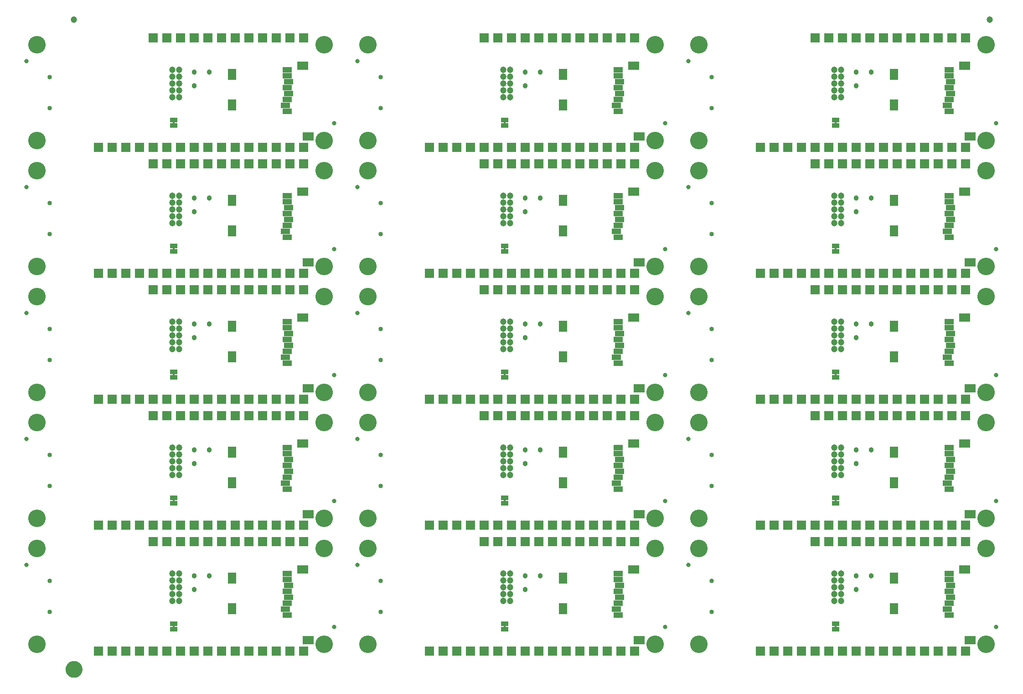
<source format=gbs>
G04 EAGLE Gerber RS-274X export*
G75*
%MOMM*%
%FSLAX34Y34*%
%LPD*%
%INSoldermask Bottom*%
%IPPOS*%
%AMOC8*
5,1,8,0,0,1.08239X$1,22.5*%
G01*
%ADD10C,0.853200*%
%ADD11R,1.727200X1.727200*%
%ADD12C,1.203200*%
%ADD13C,3.251200*%
%ADD14C,0.838200*%
%ADD15R,1.603200X2.003200*%
%ADD16R,2.103200X1.603200*%
%ADD17R,1.703200X1.003200*%
%ADD18C,0.965200*%
%ADD19R,1.473200X0.863600*%
%ADD20C,1.270000*%
%ADD21C,1.703200*%

G36*
X1510095Y55892D02*
X1510095Y55892D01*
X1510161Y55894D01*
X1510204Y55912D01*
X1510251Y55920D01*
X1510308Y55954D01*
X1510368Y55979D01*
X1510403Y56010D01*
X1510444Y56035D01*
X1510486Y56086D01*
X1510534Y56130D01*
X1510556Y56172D01*
X1510585Y56209D01*
X1510606Y56271D01*
X1510637Y56330D01*
X1510645Y56384D01*
X1510657Y56421D01*
X1510656Y56461D01*
X1510664Y56515D01*
X1510664Y60325D01*
X1510653Y60390D01*
X1510651Y60456D01*
X1510633Y60499D01*
X1510625Y60546D01*
X1510591Y60603D01*
X1510566Y60663D01*
X1510535Y60698D01*
X1510510Y60739D01*
X1510459Y60781D01*
X1510415Y60829D01*
X1510373Y60851D01*
X1510336Y60880D01*
X1510274Y60901D01*
X1510215Y60932D01*
X1510161Y60940D01*
X1510124Y60952D01*
X1510084Y60951D01*
X1510030Y60959D01*
X1507490Y60959D01*
X1507425Y60948D01*
X1507359Y60946D01*
X1507316Y60928D01*
X1507269Y60920D01*
X1507212Y60886D01*
X1507152Y60861D01*
X1507117Y60830D01*
X1507076Y60805D01*
X1507035Y60754D01*
X1506986Y60710D01*
X1506964Y60668D01*
X1506935Y60631D01*
X1506914Y60569D01*
X1506883Y60510D01*
X1506875Y60456D01*
X1506863Y60419D01*
X1506863Y60415D01*
X1506863Y60414D01*
X1506864Y60379D01*
X1506856Y60325D01*
X1506856Y56515D01*
X1506867Y56450D01*
X1506869Y56384D01*
X1506887Y56341D01*
X1506895Y56294D01*
X1506929Y56237D01*
X1506954Y56177D01*
X1506985Y56142D01*
X1507010Y56101D01*
X1507061Y56060D01*
X1507105Y56011D01*
X1507147Y55989D01*
X1507184Y55960D01*
X1507246Y55939D01*
X1507305Y55908D01*
X1507359Y55900D01*
X1507396Y55888D01*
X1507436Y55889D01*
X1507490Y55881D01*
X1510030Y55881D01*
X1510095Y55892D01*
G37*
G36*
X895415Y55892D02*
X895415Y55892D01*
X895481Y55894D01*
X895524Y55912D01*
X895571Y55920D01*
X895628Y55954D01*
X895688Y55979D01*
X895723Y56010D01*
X895764Y56035D01*
X895806Y56086D01*
X895854Y56130D01*
X895876Y56172D01*
X895905Y56209D01*
X895926Y56271D01*
X895957Y56330D01*
X895965Y56384D01*
X895977Y56421D01*
X895976Y56461D01*
X895984Y56515D01*
X895984Y60325D01*
X895973Y60390D01*
X895971Y60456D01*
X895953Y60499D01*
X895945Y60546D01*
X895911Y60603D01*
X895886Y60663D01*
X895855Y60698D01*
X895830Y60739D01*
X895779Y60781D01*
X895735Y60829D01*
X895693Y60851D01*
X895656Y60880D01*
X895594Y60901D01*
X895535Y60932D01*
X895481Y60940D01*
X895444Y60952D01*
X895404Y60951D01*
X895350Y60959D01*
X892810Y60959D01*
X892745Y60948D01*
X892679Y60946D01*
X892636Y60928D01*
X892589Y60920D01*
X892532Y60886D01*
X892472Y60861D01*
X892437Y60830D01*
X892396Y60805D01*
X892355Y60754D01*
X892306Y60710D01*
X892284Y60668D01*
X892255Y60631D01*
X892234Y60569D01*
X892203Y60510D01*
X892195Y60456D01*
X892183Y60419D01*
X892183Y60415D01*
X892183Y60414D01*
X892184Y60379D01*
X892176Y60325D01*
X892176Y56515D01*
X892187Y56450D01*
X892189Y56384D01*
X892207Y56341D01*
X892215Y56294D01*
X892249Y56237D01*
X892274Y56177D01*
X892305Y56142D01*
X892330Y56101D01*
X892381Y56060D01*
X892425Y56011D01*
X892467Y55989D01*
X892504Y55960D01*
X892566Y55939D01*
X892625Y55908D01*
X892679Y55900D01*
X892716Y55888D01*
X892756Y55889D01*
X892810Y55881D01*
X895350Y55881D01*
X895415Y55892D01*
G37*
G36*
X280735Y55892D02*
X280735Y55892D01*
X280801Y55894D01*
X280844Y55912D01*
X280891Y55920D01*
X280948Y55954D01*
X281008Y55979D01*
X281043Y56010D01*
X281084Y56035D01*
X281126Y56086D01*
X281174Y56130D01*
X281196Y56172D01*
X281225Y56209D01*
X281246Y56271D01*
X281277Y56330D01*
X281285Y56384D01*
X281297Y56421D01*
X281296Y56461D01*
X281304Y56515D01*
X281304Y60325D01*
X281293Y60390D01*
X281291Y60456D01*
X281273Y60499D01*
X281265Y60546D01*
X281231Y60603D01*
X281206Y60663D01*
X281175Y60698D01*
X281150Y60739D01*
X281099Y60781D01*
X281055Y60829D01*
X281013Y60851D01*
X280976Y60880D01*
X280914Y60901D01*
X280855Y60932D01*
X280801Y60940D01*
X280764Y60952D01*
X280724Y60951D01*
X280670Y60959D01*
X278130Y60959D01*
X278065Y60948D01*
X277999Y60946D01*
X277956Y60928D01*
X277909Y60920D01*
X277852Y60886D01*
X277792Y60861D01*
X277757Y60830D01*
X277716Y60805D01*
X277675Y60754D01*
X277626Y60710D01*
X277604Y60668D01*
X277575Y60631D01*
X277554Y60569D01*
X277523Y60510D01*
X277515Y60456D01*
X277503Y60419D01*
X277503Y60415D01*
X277503Y60414D01*
X277504Y60379D01*
X277496Y60325D01*
X277496Y56515D01*
X277507Y56450D01*
X277509Y56384D01*
X277527Y56341D01*
X277535Y56294D01*
X277569Y56237D01*
X277594Y56177D01*
X277625Y56142D01*
X277650Y56101D01*
X277701Y56060D01*
X277745Y56011D01*
X277787Y55989D01*
X277824Y55960D01*
X277886Y55939D01*
X277945Y55908D01*
X277999Y55900D01*
X278036Y55888D01*
X278076Y55889D01*
X278130Y55881D01*
X280670Y55881D01*
X280735Y55892D01*
G37*
G36*
X1510095Y990612D02*
X1510095Y990612D01*
X1510161Y990614D01*
X1510204Y990632D01*
X1510251Y990640D01*
X1510308Y990674D01*
X1510368Y990699D01*
X1510403Y990730D01*
X1510444Y990755D01*
X1510486Y990806D01*
X1510534Y990850D01*
X1510556Y990892D01*
X1510585Y990929D01*
X1510606Y990991D01*
X1510637Y991050D01*
X1510645Y991104D01*
X1510657Y991141D01*
X1510656Y991181D01*
X1510664Y991235D01*
X1510664Y995045D01*
X1510653Y995110D01*
X1510651Y995176D01*
X1510633Y995219D01*
X1510625Y995266D01*
X1510591Y995323D01*
X1510566Y995383D01*
X1510535Y995418D01*
X1510510Y995459D01*
X1510459Y995501D01*
X1510415Y995549D01*
X1510373Y995571D01*
X1510336Y995600D01*
X1510274Y995621D01*
X1510215Y995652D01*
X1510161Y995660D01*
X1510124Y995672D01*
X1510084Y995671D01*
X1510030Y995679D01*
X1507490Y995679D01*
X1507425Y995668D01*
X1507359Y995666D01*
X1507316Y995648D01*
X1507269Y995640D01*
X1507212Y995606D01*
X1507152Y995581D01*
X1507117Y995550D01*
X1507076Y995525D01*
X1507035Y995474D01*
X1506986Y995430D01*
X1506964Y995388D01*
X1506935Y995351D01*
X1506914Y995289D01*
X1506883Y995230D01*
X1506875Y995176D01*
X1506863Y995139D01*
X1506863Y995135D01*
X1506863Y995134D01*
X1506864Y995099D01*
X1506856Y995045D01*
X1506856Y991235D01*
X1506867Y991170D01*
X1506869Y991104D01*
X1506887Y991061D01*
X1506895Y991014D01*
X1506929Y990957D01*
X1506954Y990897D01*
X1506985Y990862D01*
X1507010Y990821D01*
X1507061Y990780D01*
X1507105Y990731D01*
X1507147Y990709D01*
X1507184Y990680D01*
X1507246Y990659D01*
X1507305Y990628D01*
X1507359Y990620D01*
X1507396Y990608D01*
X1507436Y990609D01*
X1507490Y990601D01*
X1510030Y990601D01*
X1510095Y990612D01*
G37*
G36*
X895415Y990612D02*
X895415Y990612D01*
X895481Y990614D01*
X895524Y990632D01*
X895571Y990640D01*
X895628Y990674D01*
X895688Y990699D01*
X895723Y990730D01*
X895764Y990755D01*
X895806Y990806D01*
X895854Y990850D01*
X895876Y990892D01*
X895905Y990929D01*
X895926Y990991D01*
X895957Y991050D01*
X895965Y991104D01*
X895977Y991141D01*
X895976Y991181D01*
X895984Y991235D01*
X895984Y995045D01*
X895973Y995110D01*
X895971Y995176D01*
X895953Y995219D01*
X895945Y995266D01*
X895911Y995323D01*
X895886Y995383D01*
X895855Y995418D01*
X895830Y995459D01*
X895779Y995501D01*
X895735Y995549D01*
X895693Y995571D01*
X895656Y995600D01*
X895594Y995621D01*
X895535Y995652D01*
X895481Y995660D01*
X895444Y995672D01*
X895404Y995671D01*
X895350Y995679D01*
X892810Y995679D01*
X892745Y995668D01*
X892679Y995666D01*
X892636Y995648D01*
X892589Y995640D01*
X892532Y995606D01*
X892472Y995581D01*
X892437Y995550D01*
X892396Y995525D01*
X892355Y995474D01*
X892306Y995430D01*
X892284Y995388D01*
X892255Y995351D01*
X892234Y995289D01*
X892203Y995230D01*
X892195Y995176D01*
X892183Y995139D01*
X892183Y995135D01*
X892183Y995134D01*
X892184Y995099D01*
X892176Y995045D01*
X892176Y991235D01*
X892187Y991170D01*
X892189Y991104D01*
X892207Y991061D01*
X892215Y991014D01*
X892249Y990957D01*
X892274Y990897D01*
X892305Y990862D01*
X892330Y990821D01*
X892381Y990780D01*
X892425Y990731D01*
X892467Y990709D01*
X892504Y990680D01*
X892566Y990659D01*
X892625Y990628D01*
X892679Y990620D01*
X892716Y990608D01*
X892756Y990609D01*
X892810Y990601D01*
X895350Y990601D01*
X895415Y990612D01*
G37*
G36*
X280735Y990612D02*
X280735Y990612D01*
X280801Y990614D01*
X280844Y990632D01*
X280891Y990640D01*
X280948Y990674D01*
X281008Y990699D01*
X281043Y990730D01*
X281084Y990755D01*
X281126Y990806D01*
X281174Y990850D01*
X281196Y990892D01*
X281225Y990929D01*
X281246Y990991D01*
X281277Y991050D01*
X281285Y991104D01*
X281297Y991141D01*
X281296Y991181D01*
X281304Y991235D01*
X281304Y995045D01*
X281293Y995110D01*
X281291Y995176D01*
X281273Y995219D01*
X281265Y995266D01*
X281231Y995323D01*
X281206Y995383D01*
X281175Y995418D01*
X281150Y995459D01*
X281099Y995501D01*
X281055Y995549D01*
X281013Y995571D01*
X280976Y995600D01*
X280914Y995621D01*
X280855Y995652D01*
X280801Y995660D01*
X280764Y995672D01*
X280724Y995671D01*
X280670Y995679D01*
X278130Y995679D01*
X278065Y995668D01*
X277999Y995666D01*
X277956Y995648D01*
X277909Y995640D01*
X277852Y995606D01*
X277792Y995581D01*
X277757Y995550D01*
X277716Y995525D01*
X277675Y995474D01*
X277626Y995430D01*
X277604Y995388D01*
X277575Y995351D01*
X277554Y995289D01*
X277523Y995230D01*
X277515Y995176D01*
X277503Y995139D01*
X277503Y995135D01*
X277503Y995134D01*
X277504Y995099D01*
X277496Y995045D01*
X277496Y991235D01*
X277507Y991170D01*
X277509Y991104D01*
X277527Y991061D01*
X277535Y991014D01*
X277569Y990957D01*
X277594Y990897D01*
X277625Y990862D01*
X277650Y990821D01*
X277701Y990780D01*
X277745Y990731D01*
X277787Y990709D01*
X277824Y990680D01*
X277886Y990659D01*
X277945Y990628D01*
X277999Y990620D01*
X278036Y990608D01*
X278076Y990609D01*
X278130Y990601D01*
X280670Y990601D01*
X280735Y990612D01*
G37*
G36*
X280735Y756932D02*
X280735Y756932D01*
X280801Y756934D01*
X280844Y756952D01*
X280891Y756960D01*
X280948Y756994D01*
X281008Y757019D01*
X281043Y757050D01*
X281084Y757075D01*
X281126Y757126D01*
X281174Y757170D01*
X281196Y757212D01*
X281225Y757249D01*
X281246Y757311D01*
X281277Y757370D01*
X281285Y757424D01*
X281297Y757461D01*
X281296Y757501D01*
X281304Y757555D01*
X281304Y761365D01*
X281293Y761430D01*
X281291Y761496D01*
X281273Y761539D01*
X281265Y761586D01*
X281231Y761643D01*
X281206Y761703D01*
X281175Y761738D01*
X281150Y761779D01*
X281099Y761821D01*
X281055Y761869D01*
X281013Y761891D01*
X280976Y761920D01*
X280914Y761941D01*
X280855Y761972D01*
X280801Y761980D01*
X280764Y761992D01*
X280724Y761991D01*
X280670Y761999D01*
X278130Y761999D01*
X278065Y761988D01*
X277999Y761986D01*
X277956Y761968D01*
X277909Y761960D01*
X277852Y761926D01*
X277792Y761901D01*
X277757Y761870D01*
X277716Y761845D01*
X277675Y761794D01*
X277626Y761750D01*
X277604Y761708D01*
X277575Y761671D01*
X277554Y761609D01*
X277523Y761550D01*
X277515Y761496D01*
X277503Y761459D01*
X277503Y761455D01*
X277503Y761454D01*
X277504Y761419D01*
X277496Y761365D01*
X277496Y757555D01*
X277507Y757490D01*
X277509Y757424D01*
X277527Y757381D01*
X277535Y757334D01*
X277569Y757277D01*
X277594Y757217D01*
X277625Y757182D01*
X277650Y757141D01*
X277701Y757100D01*
X277745Y757051D01*
X277787Y757029D01*
X277824Y757000D01*
X277886Y756979D01*
X277945Y756948D01*
X277999Y756940D01*
X278036Y756928D01*
X278076Y756929D01*
X278130Y756921D01*
X280670Y756921D01*
X280735Y756932D01*
G37*
G36*
X1510095Y756932D02*
X1510095Y756932D01*
X1510161Y756934D01*
X1510204Y756952D01*
X1510251Y756960D01*
X1510308Y756994D01*
X1510368Y757019D01*
X1510403Y757050D01*
X1510444Y757075D01*
X1510486Y757126D01*
X1510534Y757170D01*
X1510556Y757212D01*
X1510585Y757249D01*
X1510606Y757311D01*
X1510637Y757370D01*
X1510645Y757424D01*
X1510657Y757461D01*
X1510656Y757501D01*
X1510664Y757555D01*
X1510664Y761365D01*
X1510653Y761430D01*
X1510651Y761496D01*
X1510633Y761539D01*
X1510625Y761586D01*
X1510591Y761643D01*
X1510566Y761703D01*
X1510535Y761738D01*
X1510510Y761779D01*
X1510459Y761821D01*
X1510415Y761869D01*
X1510373Y761891D01*
X1510336Y761920D01*
X1510274Y761941D01*
X1510215Y761972D01*
X1510161Y761980D01*
X1510124Y761992D01*
X1510084Y761991D01*
X1510030Y761999D01*
X1507490Y761999D01*
X1507425Y761988D01*
X1507359Y761986D01*
X1507316Y761968D01*
X1507269Y761960D01*
X1507212Y761926D01*
X1507152Y761901D01*
X1507117Y761870D01*
X1507076Y761845D01*
X1507035Y761794D01*
X1506986Y761750D01*
X1506964Y761708D01*
X1506935Y761671D01*
X1506914Y761609D01*
X1506883Y761550D01*
X1506875Y761496D01*
X1506863Y761459D01*
X1506863Y761455D01*
X1506863Y761454D01*
X1506864Y761419D01*
X1506856Y761365D01*
X1506856Y757555D01*
X1506867Y757490D01*
X1506869Y757424D01*
X1506887Y757381D01*
X1506895Y757334D01*
X1506929Y757277D01*
X1506954Y757217D01*
X1506985Y757182D01*
X1507010Y757141D01*
X1507061Y757100D01*
X1507105Y757051D01*
X1507147Y757029D01*
X1507184Y757000D01*
X1507246Y756979D01*
X1507305Y756948D01*
X1507359Y756940D01*
X1507396Y756928D01*
X1507436Y756929D01*
X1507490Y756921D01*
X1510030Y756921D01*
X1510095Y756932D01*
G37*
G36*
X895415Y756932D02*
X895415Y756932D01*
X895481Y756934D01*
X895524Y756952D01*
X895571Y756960D01*
X895628Y756994D01*
X895688Y757019D01*
X895723Y757050D01*
X895764Y757075D01*
X895806Y757126D01*
X895854Y757170D01*
X895876Y757212D01*
X895905Y757249D01*
X895926Y757311D01*
X895957Y757370D01*
X895965Y757424D01*
X895977Y757461D01*
X895976Y757501D01*
X895984Y757555D01*
X895984Y761365D01*
X895973Y761430D01*
X895971Y761496D01*
X895953Y761539D01*
X895945Y761586D01*
X895911Y761643D01*
X895886Y761703D01*
X895855Y761738D01*
X895830Y761779D01*
X895779Y761821D01*
X895735Y761869D01*
X895693Y761891D01*
X895656Y761920D01*
X895594Y761941D01*
X895535Y761972D01*
X895481Y761980D01*
X895444Y761992D01*
X895404Y761991D01*
X895350Y761999D01*
X892810Y761999D01*
X892745Y761988D01*
X892679Y761986D01*
X892636Y761968D01*
X892589Y761960D01*
X892532Y761926D01*
X892472Y761901D01*
X892437Y761870D01*
X892396Y761845D01*
X892355Y761794D01*
X892306Y761750D01*
X892284Y761708D01*
X892255Y761671D01*
X892234Y761609D01*
X892203Y761550D01*
X892195Y761496D01*
X892183Y761459D01*
X892183Y761455D01*
X892183Y761454D01*
X892184Y761419D01*
X892176Y761365D01*
X892176Y757555D01*
X892187Y757490D01*
X892189Y757424D01*
X892207Y757381D01*
X892215Y757334D01*
X892249Y757277D01*
X892274Y757217D01*
X892305Y757182D01*
X892330Y757141D01*
X892381Y757100D01*
X892425Y757051D01*
X892467Y757029D01*
X892504Y757000D01*
X892566Y756979D01*
X892625Y756948D01*
X892679Y756940D01*
X892716Y756928D01*
X892756Y756929D01*
X892810Y756921D01*
X895350Y756921D01*
X895415Y756932D01*
G37*
G36*
X895415Y523252D02*
X895415Y523252D01*
X895481Y523254D01*
X895524Y523272D01*
X895571Y523280D01*
X895628Y523314D01*
X895688Y523339D01*
X895723Y523370D01*
X895764Y523395D01*
X895806Y523446D01*
X895854Y523490D01*
X895876Y523532D01*
X895905Y523569D01*
X895926Y523631D01*
X895957Y523690D01*
X895965Y523744D01*
X895977Y523781D01*
X895976Y523821D01*
X895984Y523875D01*
X895984Y527685D01*
X895973Y527750D01*
X895971Y527816D01*
X895953Y527859D01*
X895945Y527906D01*
X895911Y527963D01*
X895886Y528023D01*
X895855Y528058D01*
X895830Y528099D01*
X895779Y528141D01*
X895735Y528189D01*
X895693Y528211D01*
X895656Y528240D01*
X895594Y528261D01*
X895535Y528292D01*
X895481Y528300D01*
X895444Y528312D01*
X895404Y528311D01*
X895350Y528319D01*
X892810Y528319D01*
X892745Y528308D01*
X892679Y528306D01*
X892636Y528288D01*
X892589Y528280D01*
X892532Y528246D01*
X892472Y528221D01*
X892437Y528190D01*
X892396Y528165D01*
X892355Y528114D01*
X892306Y528070D01*
X892284Y528028D01*
X892255Y527991D01*
X892234Y527929D01*
X892203Y527870D01*
X892195Y527816D01*
X892183Y527779D01*
X892183Y527775D01*
X892183Y527774D01*
X892184Y527739D01*
X892176Y527685D01*
X892176Y523875D01*
X892187Y523810D01*
X892189Y523744D01*
X892207Y523701D01*
X892215Y523654D01*
X892249Y523597D01*
X892274Y523537D01*
X892305Y523502D01*
X892330Y523461D01*
X892381Y523420D01*
X892425Y523371D01*
X892467Y523349D01*
X892504Y523320D01*
X892566Y523299D01*
X892625Y523268D01*
X892679Y523260D01*
X892716Y523248D01*
X892756Y523249D01*
X892810Y523241D01*
X895350Y523241D01*
X895415Y523252D01*
G37*
G36*
X1510095Y523252D02*
X1510095Y523252D01*
X1510161Y523254D01*
X1510204Y523272D01*
X1510251Y523280D01*
X1510308Y523314D01*
X1510368Y523339D01*
X1510403Y523370D01*
X1510444Y523395D01*
X1510486Y523446D01*
X1510534Y523490D01*
X1510556Y523532D01*
X1510585Y523569D01*
X1510606Y523631D01*
X1510637Y523690D01*
X1510645Y523744D01*
X1510657Y523781D01*
X1510656Y523821D01*
X1510664Y523875D01*
X1510664Y527685D01*
X1510653Y527750D01*
X1510651Y527816D01*
X1510633Y527859D01*
X1510625Y527906D01*
X1510591Y527963D01*
X1510566Y528023D01*
X1510535Y528058D01*
X1510510Y528099D01*
X1510459Y528141D01*
X1510415Y528189D01*
X1510373Y528211D01*
X1510336Y528240D01*
X1510274Y528261D01*
X1510215Y528292D01*
X1510161Y528300D01*
X1510124Y528312D01*
X1510084Y528311D01*
X1510030Y528319D01*
X1507490Y528319D01*
X1507425Y528308D01*
X1507359Y528306D01*
X1507316Y528288D01*
X1507269Y528280D01*
X1507212Y528246D01*
X1507152Y528221D01*
X1507117Y528190D01*
X1507076Y528165D01*
X1507035Y528114D01*
X1506986Y528070D01*
X1506964Y528028D01*
X1506935Y527991D01*
X1506914Y527929D01*
X1506883Y527870D01*
X1506875Y527816D01*
X1506863Y527779D01*
X1506863Y527775D01*
X1506863Y527774D01*
X1506864Y527739D01*
X1506856Y527685D01*
X1506856Y523875D01*
X1506867Y523810D01*
X1506869Y523744D01*
X1506887Y523701D01*
X1506895Y523654D01*
X1506929Y523597D01*
X1506954Y523537D01*
X1506985Y523502D01*
X1507010Y523461D01*
X1507061Y523420D01*
X1507105Y523371D01*
X1507147Y523349D01*
X1507184Y523320D01*
X1507246Y523299D01*
X1507305Y523268D01*
X1507359Y523260D01*
X1507396Y523248D01*
X1507436Y523249D01*
X1507490Y523241D01*
X1510030Y523241D01*
X1510095Y523252D01*
G37*
G36*
X280735Y523252D02*
X280735Y523252D01*
X280801Y523254D01*
X280844Y523272D01*
X280891Y523280D01*
X280948Y523314D01*
X281008Y523339D01*
X281043Y523370D01*
X281084Y523395D01*
X281126Y523446D01*
X281174Y523490D01*
X281196Y523532D01*
X281225Y523569D01*
X281246Y523631D01*
X281277Y523690D01*
X281285Y523744D01*
X281297Y523781D01*
X281296Y523821D01*
X281304Y523875D01*
X281304Y527685D01*
X281293Y527750D01*
X281291Y527816D01*
X281273Y527859D01*
X281265Y527906D01*
X281231Y527963D01*
X281206Y528023D01*
X281175Y528058D01*
X281150Y528099D01*
X281099Y528141D01*
X281055Y528189D01*
X281013Y528211D01*
X280976Y528240D01*
X280914Y528261D01*
X280855Y528292D01*
X280801Y528300D01*
X280764Y528312D01*
X280724Y528311D01*
X280670Y528319D01*
X278130Y528319D01*
X278065Y528308D01*
X277999Y528306D01*
X277956Y528288D01*
X277909Y528280D01*
X277852Y528246D01*
X277792Y528221D01*
X277757Y528190D01*
X277716Y528165D01*
X277675Y528114D01*
X277626Y528070D01*
X277604Y528028D01*
X277575Y527991D01*
X277554Y527929D01*
X277523Y527870D01*
X277515Y527816D01*
X277503Y527779D01*
X277503Y527775D01*
X277503Y527774D01*
X277504Y527739D01*
X277496Y527685D01*
X277496Y523875D01*
X277507Y523810D01*
X277509Y523744D01*
X277527Y523701D01*
X277535Y523654D01*
X277569Y523597D01*
X277594Y523537D01*
X277625Y523502D01*
X277650Y523461D01*
X277701Y523420D01*
X277745Y523371D01*
X277787Y523349D01*
X277824Y523320D01*
X277886Y523299D01*
X277945Y523268D01*
X277999Y523260D01*
X278036Y523248D01*
X278076Y523249D01*
X278130Y523241D01*
X280670Y523241D01*
X280735Y523252D01*
G37*
G36*
X1510095Y289572D02*
X1510095Y289572D01*
X1510161Y289574D01*
X1510204Y289592D01*
X1510251Y289600D01*
X1510308Y289634D01*
X1510368Y289659D01*
X1510403Y289690D01*
X1510444Y289715D01*
X1510486Y289766D01*
X1510534Y289810D01*
X1510556Y289852D01*
X1510585Y289889D01*
X1510606Y289951D01*
X1510637Y290010D01*
X1510645Y290064D01*
X1510657Y290101D01*
X1510656Y290141D01*
X1510664Y290195D01*
X1510664Y294005D01*
X1510653Y294070D01*
X1510651Y294136D01*
X1510633Y294179D01*
X1510625Y294226D01*
X1510591Y294283D01*
X1510566Y294343D01*
X1510535Y294378D01*
X1510510Y294419D01*
X1510459Y294461D01*
X1510415Y294509D01*
X1510373Y294531D01*
X1510336Y294560D01*
X1510274Y294581D01*
X1510215Y294612D01*
X1510161Y294620D01*
X1510124Y294632D01*
X1510084Y294631D01*
X1510030Y294639D01*
X1507490Y294639D01*
X1507425Y294628D01*
X1507359Y294626D01*
X1507316Y294608D01*
X1507269Y294600D01*
X1507212Y294566D01*
X1507152Y294541D01*
X1507117Y294510D01*
X1507076Y294485D01*
X1507035Y294434D01*
X1506986Y294390D01*
X1506964Y294348D01*
X1506935Y294311D01*
X1506914Y294249D01*
X1506883Y294190D01*
X1506875Y294136D01*
X1506863Y294099D01*
X1506863Y294095D01*
X1506863Y294094D01*
X1506864Y294059D01*
X1506856Y294005D01*
X1506856Y290195D01*
X1506867Y290130D01*
X1506869Y290064D01*
X1506887Y290021D01*
X1506895Y289974D01*
X1506929Y289917D01*
X1506954Y289857D01*
X1506985Y289822D01*
X1507010Y289781D01*
X1507061Y289740D01*
X1507105Y289691D01*
X1507147Y289669D01*
X1507184Y289640D01*
X1507246Y289619D01*
X1507305Y289588D01*
X1507359Y289580D01*
X1507396Y289568D01*
X1507436Y289569D01*
X1507490Y289561D01*
X1510030Y289561D01*
X1510095Y289572D01*
G37*
G36*
X895415Y289572D02*
X895415Y289572D01*
X895481Y289574D01*
X895524Y289592D01*
X895571Y289600D01*
X895628Y289634D01*
X895688Y289659D01*
X895723Y289690D01*
X895764Y289715D01*
X895806Y289766D01*
X895854Y289810D01*
X895876Y289852D01*
X895905Y289889D01*
X895926Y289951D01*
X895957Y290010D01*
X895965Y290064D01*
X895977Y290101D01*
X895976Y290141D01*
X895984Y290195D01*
X895984Y294005D01*
X895973Y294070D01*
X895971Y294136D01*
X895953Y294179D01*
X895945Y294226D01*
X895911Y294283D01*
X895886Y294343D01*
X895855Y294378D01*
X895830Y294419D01*
X895779Y294461D01*
X895735Y294509D01*
X895693Y294531D01*
X895656Y294560D01*
X895594Y294581D01*
X895535Y294612D01*
X895481Y294620D01*
X895444Y294632D01*
X895404Y294631D01*
X895350Y294639D01*
X892810Y294639D01*
X892745Y294628D01*
X892679Y294626D01*
X892636Y294608D01*
X892589Y294600D01*
X892532Y294566D01*
X892472Y294541D01*
X892437Y294510D01*
X892396Y294485D01*
X892355Y294434D01*
X892306Y294390D01*
X892284Y294348D01*
X892255Y294311D01*
X892234Y294249D01*
X892203Y294190D01*
X892195Y294136D01*
X892183Y294099D01*
X892183Y294095D01*
X892183Y294094D01*
X892184Y294059D01*
X892176Y294005D01*
X892176Y290195D01*
X892187Y290130D01*
X892189Y290064D01*
X892207Y290021D01*
X892215Y289974D01*
X892249Y289917D01*
X892274Y289857D01*
X892305Y289822D01*
X892330Y289781D01*
X892381Y289740D01*
X892425Y289691D01*
X892467Y289669D01*
X892504Y289640D01*
X892566Y289619D01*
X892625Y289588D01*
X892679Y289580D01*
X892716Y289568D01*
X892756Y289569D01*
X892810Y289561D01*
X895350Y289561D01*
X895415Y289572D01*
G37*
G36*
X280735Y289572D02*
X280735Y289572D01*
X280801Y289574D01*
X280844Y289592D01*
X280891Y289600D01*
X280948Y289634D01*
X281008Y289659D01*
X281043Y289690D01*
X281084Y289715D01*
X281126Y289766D01*
X281174Y289810D01*
X281196Y289852D01*
X281225Y289889D01*
X281246Y289951D01*
X281277Y290010D01*
X281285Y290064D01*
X281297Y290101D01*
X281296Y290141D01*
X281304Y290195D01*
X281304Y294005D01*
X281293Y294070D01*
X281291Y294136D01*
X281273Y294179D01*
X281265Y294226D01*
X281231Y294283D01*
X281206Y294343D01*
X281175Y294378D01*
X281150Y294419D01*
X281099Y294461D01*
X281055Y294509D01*
X281013Y294531D01*
X280976Y294560D01*
X280914Y294581D01*
X280855Y294612D01*
X280801Y294620D01*
X280764Y294632D01*
X280724Y294631D01*
X280670Y294639D01*
X278130Y294639D01*
X278065Y294628D01*
X277999Y294626D01*
X277956Y294608D01*
X277909Y294600D01*
X277852Y294566D01*
X277792Y294541D01*
X277757Y294510D01*
X277716Y294485D01*
X277675Y294434D01*
X277626Y294390D01*
X277604Y294348D01*
X277575Y294311D01*
X277554Y294249D01*
X277523Y294190D01*
X277515Y294136D01*
X277503Y294099D01*
X277503Y294095D01*
X277503Y294094D01*
X277504Y294059D01*
X277496Y294005D01*
X277496Y290195D01*
X277507Y290130D01*
X277509Y290064D01*
X277527Y290021D01*
X277535Y289974D01*
X277569Y289917D01*
X277594Y289857D01*
X277625Y289822D01*
X277650Y289781D01*
X277701Y289740D01*
X277745Y289691D01*
X277787Y289669D01*
X277824Y289640D01*
X277886Y289619D01*
X277945Y289588D01*
X277999Y289580D01*
X278036Y289568D01*
X278076Y289569D01*
X278130Y289561D01*
X280670Y289561D01*
X280735Y289572D01*
G37*
D10*
X49050Y143200D03*
X49050Y85400D03*
D11*
X520700Y215900D03*
X495300Y215900D03*
X469900Y215900D03*
X444500Y215900D03*
X419100Y215900D03*
X393700Y215900D03*
X368300Y215900D03*
X342900Y215900D03*
X317500Y215900D03*
X292100Y215900D03*
X266700Y215900D03*
X241300Y215900D03*
X520700Y12700D03*
X495300Y12700D03*
X469900Y12700D03*
X444500Y12700D03*
X419100Y12700D03*
X393700Y12700D03*
X368300Y12700D03*
X342900Y12700D03*
X317500Y12700D03*
X292100Y12700D03*
X266700Y12700D03*
X241300Y12700D03*
X215900Y12700D03*
X190500Y12700D03*
X165100Y12700D03*
X139700Y12700D03*
D12*
X289560Y118110D03*
X289560Y130810D03*
X289560Y143510D03*
X289560Y156210D03*
X289560Y105410D03*
X276860Y118110D03*
X276860Y130810D03*
X276860Y143510D03*
X276860Y156210D03*
X276860Y105410D03*
D13*
X25400Y25400D03*
X25400Y203200D03*
X558800Y203200D03*
X558800Y25400D03*
D14*
X6350Y172720D03*
X577850Y57150D03*
D15*
X387540Y91410D03*
X387540Y148410D03*
D16*
X519040Y164410D03*
X529040Y32910D03*
D17*
X490540Y79510D03*
X486540Y90510D03*
X490540Y101510D03*
X492540Y112510D03*
X490540Y123510D03*
X492540Y134510D03*
X490540Y145510D03*
X490540Y156510D03*
D18*
X317500Y152400D03*
X317500Y127000D03*
D19*
X279400Y63627D03*
X279400Y53213D03*
D18*
X345440Y152400D03*
D10*
X663730Y143200D03*
X663730Y85400D03*
D11*
X1135380Y215900D03*
X1109980Y215900D03*
X1084580Y215900D03*
X1059180Y215900D03*
X1033780Y215900D03*
X1008380Y215900D03*
X982980Y215900D03*
X957580Y215900D03*
X932180Y215900D03*
X906780Y215900D03*
X881380Y215900D03*
X855980Y215900D03*
X1135380Y12700D03*
X1109980Y12700D03*
X1084580Y12700D03*
X1059180Y12700D03*
X1033780Y12700D03*
X1008380Y12700D03*
X982980Y12700D03*
X957580Y12700D03*
X932180Y12700D03*
X906780Y12700D03*
X881380Y12700D03*
X855980Y12700D03*
X830580Y12700D03*
X805180Y12700D03*
X779780Y12700D03*
X754380Y12700D03*
D12*
X904240Y118110D03*
X904240Y130810D03*
X904240Y143510D03*
X904240Y156210D03*
X904240Y105410D03*
X891540Y118110D03*
X891540Y130810D03*
X891540Y143510D03*
X891540Y156210D03*
X891540Y105410D03*
D13*
X640080Y25400D03*
X640080Y203200D03*
X1173480Y203200D03*
X1173480Y25400D03*
D14*
X621030Y172720D03*
X1192530Y57150D03*
D15*
X1002220Y91410D03*
X1002220Y148410D03*
D16*
X1133720Y164410D03*
X1143720Y32910D03*
D17*
X1105220Y79510D03*
X1101220Y90510D03*
X1105220Y101510D03*
X1107220Y112510D03*
X1105220Y123510D03*
X1107220Y134510D03*
X1105220Y145510D03*
X1105220Y156510D03*
D18*
X932180Y152400D03*
X932180Y127000D03*
D19*
X894080Y63627D03*
X894080Y53213D03*
D18*
X960120Y152400D03*
D10*
X1278410Y143200D03*
X1278410Y85400D03*
D11*
X1750060Y215900D03*
X1724660Y215900D03*
X1699260Y215900D03*
X1673860Y215900D03*
X1648460Y215900D03*
X1623060Y215900D03*
X1597660Y215900D03*
X1572260Y215900D03*
X1546860Y215900D03*
X1521460Y215900D03*
X1496060Y215900D03*
X1470660Y215900D03*
X1750060Y12700D03*
X1724660Y12700D03*
X1699260Y12700D03*
X1673860Y12700D03*
X1648460Y12700D03*
X1623060Y12700D03*
X1597660Y12700D03*
X1572260Y12700D03*
X1546860Y12700D03*
X1521460Y12700D03*
X1496060Y12700D03*
X1470660Y12700D03*
X1445260Y12700D03*
X1419860Y12700D03*
X1394460Y12700D03*
X1369060Y12700D03*
D12*
X1518920Y118110D03*
X1518920Y130810D03*
X1518920Y143510D03*
X1518920Y156210D03*
X1518920Y105410D03*
X1506220Y118110D03*
X1506220Y130810D03*
X1506220Y143510D03*
X1506220Y156210D03*
X1506220Y105410D03*
D13*
X1254760Y25400D03*
X1254760Y203200D03*
X1788160Y203200D03*
X1788160Y25400D03*
D14*
X1235710Y172720D03*
X1807210Y57150D03*
D15*
X1616900Y91410D03*
X1616900Y148410D03*
D16*
X1748400Y164410D03*
X1758400Y32910D03*
D17*
X1719900Y79510D03*
X1715900Y90510D03*
X1719900Y101510D03*
X1721900Y112510D03*
X1719900Y123510D03*
X1721900Y134510D03*
X1719900Y145510D03*
X1719900Y156510D03*
D18*
X1546860Y152400D03*
X1546860Y127000D03*
D19*
X1508760Y63627D03*
X1508760Y53213D03*
D18*
X1574800Y152400D03*
D10*
X49050Y376880D03*
X49050Y319080D03*
D11*
X520700Y449580D03*
X495300Y449580D03*
X469900Y449580D03*
X444500Y449580D03*
X419100Y449580D03*
X393700Y449580D03*
X368300Y449580D03*
X342900Y449580D03*
X317500Y449580D03*
X292100Y449580D03*
X266700Y449580D03*
X241300Y449580D03*
X520700Y246380D03*
X495300Y246380D03*
X469900Y246380D03*
X444500Y246380D03*
X419100Y246380D03*
X393700Y246380D03*
X368300Y246380D03*
X342900Y246380D03*
X317500Y246380D03*
X292100Y246380D03*
X266700Y246380D03*
X241300Y246380D03*
X215900Y246380D03*
X190500Y246380D03*
X165100Y246380D03*
X139700Y246380D03*
D12*
X289560Y351790D03*
X289560Y364490D03*
X289560Y377190D03*
X289560Y389890D03*
X289560Y339090D03*
X276860Y351790D03*
X276860Y364490D03*
X276860Y377190D03*
X276860Y389890D03*
X276860Y339090D03*
D13*
X25400Y259080D03*
X25400Y436880D03*
X558800Y436880D03*
X558800Y259080D03*
D14*
X6350Y406400D03*
X577850Y290830D03*
D15*
X387540Y325090D03*
X387540Y382090D03*
D16*
X519040Y398090D03*
X529040Y266590D03*
D17*
X490540Y313190D03*
X486540Y324190D03*
X490540Y335190D03*
X492540Y346190D03*
X490540Y357190D03*
X492540Y368190D03*
X490540Y379190D03*
X490540Y390190D03*
D18*
X317500Y386080D03*
X317500Y360680D03*
D19*
X279400Y297307D03*
X279400Y286893D03*
D18*
X345440Y386080D03*
D10*
X663730Y376880D03*
X663730Y319080D03*
D11*
X1135380Y449580D03*
X1109980Y449580D03*
X1084580Y449580D03*
X1059180Y449580D03*
X1033780Y449580D03*
X1008380Y449580D03*
X982980Y449580D03*
X957580Y449580D03*
X932180Y449580D03*
X906780Y449580D03*
X881380Y449580D03*
X855980Y449580D03*
X1135380Y246380D03*
X1109980Y246380D03*
X1084580Y246380D03*
X1059180Y246380D03*
X1033780Y246380D03*
X1008380Y246380D03*
X982980Y246380D03*
X957580Y246380D03*
X932180Y246380D03*
X906780Y246380D03*
X881380Y246380D03*
X855980Y246380D03*
X830580Y246380D03*
X805180Y246380D03*
X779780Y246380D03*
X754380Y246380D03*
D12*
X904240Y351790D03*
X904240Y364490D03*
X904240Y377190D03*
X904240Y389890D03*
X904240Y339090D03*
X891540Y351790D03*
X891540Y364490D03*
X891540Y377190D03*
X891540Y389890D03*
X891540Y339090D03*
D13*
X640080Y259080D03*
X640080Y436880D03*
X1173480Y436880D03*
X1173480Y259080D03*
D14*
X621030Y406400D03*
X1192530Y290830D03*
D15*
X1002220Y325090D03*
X1002220Y382090D03*
D16*
X1133720Y398090D03*
X1143720Y266590D03*
D17*
X1105220Y313190D03*
X1101220Y324190D03*
X1105220Y335190D03*
X1107220Y346190D03*
X1105220Y357190D03*
X1107220Y368190D03*
X1105220Y379190D03*
X1105220Y390190D03*
D18*
X932180Y386080D03*
X932180Y360680D03*
D19*
X894080Y297307D03*
X894080Y286893D03*
D18*
X960120Y386080D03*
D10*
X1278410Y376880D03*
X1278410Y319080D03*
D11*
X1750060Y449580D03*
X1724660Y449580D03*
X1699260Y449580D03*
X1673860Y449580D03*
X1648460Y449580D03*
X1623060Y449580D03*
X1597660Y449580D03*
X1572260Y449580D03*
X1546860Y449580D03*
X1521460Y449580D03*
X1496060Y449580D03*
X1470660Y449580D03*
X1750060Y246380D03*
X1724660Y246380D03*
X1699260Y246380D03*
X1673860Y246380D03*
X1648460Y246380D03*
X1623060Y246380D03*
X1597660Y246380D03*
X1572260Y246380D03*
X1546860Y246380D03*
X1521460Y246380D03*
X1496060Y246380D03*
X1470660Y246380D03*
X1445260Y246380D03*
X1419860Y246380D03*
X1394460Y246380D03*
X1369060Y246380D03*
D12*
X1518920Y351790D03*
X1518920Y364490D03*
X1518920Y377190D03*
X1518920Y389890D03*
X1518920Y339090D03*
X1506220Y351790D03*
X1506220Y364490D03*
X1506220Y377190D03*
X1506220Y389890D03*
X1506220Y339090D03*
D13*
X1254760Y259080D03*
X1254760Y436880D03*
X1788160Y436880D03*
X1788160Y259080D03*
D14*
X1235710Y406400D03*
X1807210Y290830D03*
D15*
X1616900Y325090D03*
X1616900Y382090D03*
D16*
X1748400Y398090D03*
X1758400Y266590D03*
D17*
X1719900Y313190D03*
X1715900Y324190D03*
X1719900Y335190D03*
X1721900Y346190D03*
X1719900Y357190D03*
X1721900Y368190D03*
X1719900Y379190D03*
X1719900Y390190D03*
D18*
X1546860Y386080D03*
X1546860Y360680D03*
D19*
X1508760Y297307D03*
X1508760Y286893D03*
D18*
X1574800Y386080D03*
D10*
X49050Y610560D03*
X49050Y552760D03*
D11*
X520700Y683260D03*
X495300Y683260D03*
X469900Y683260D03*
X444500Y683260D03*
X419100Y683260D03*
X393700Y683260D03*
X368300Y683260D03*
X342900Y683260D03*
X317500Y683260D03*
X292100Y683260D03*
X266700Y683260D03*
X241300Y683260D03*
X520700Y480060D03*
X495300Y480060D03*
X469900Y480060D03*
X444500Y480060D03*
X419100Y480060D03*
X393700Y480060D03*
X368300Y480060D03*
X342900Y480060D03*
X317500Y480060D03*
X292100Y480060D03*
X266700Y480060D03*
X241300Y480060D03*
X215900Y480060D03*
X190500Y480060D03*
X165100Y480060D03*
X139700Y480060D03*
D12*
X289560Y585470D03*
X289560Y598170D03*
X289560Y610870D03*
X289560Y623570D03*
X289560Y572770D03*
X276860Y585470D03*
X276860Y598170D03*
X276860Y610870D03*
X276860Y623570D03*
X276860Y572770D03*
D13*
X25400Y492760D03*
X25400Y670560D03*
X558800Y670560D03*
X558800Y492760D03*
D14*
X6350Y640080D03*
X577850Y524510D03*
D15*
X387540Y558770D03*
X387540Y615770D03*
D16*
X519040Y631770D03*
X529040Y500270D03*
D17*
X490540Y546870D03*
X486540Y557870D03*
X490540Y568870D03*
X492540Y579870D03*
X490540Y590870D03*
X492540Y601870D03*
X490540Y612870D03*
X490540Y623870D03*
D18*
X317500Y619760D03*
X317500Y594360D03*
D19*
X279400Y530987D03*
X279400Y520573D03*
D18*
X345440Y619760D03*
D10*
X663730Y610560D03*
X663730Y552760D03*
D11*
X1135380Y683260D03*
X1109980Y683260D03*
X1084580Y683260D03*
X1059180Y683260D03*
X1033780Y683260D03*
X1008380Y683260D03*
X982980Y683260D03*
X957580Y683260D03*
X932180Y683260D03*
X906780Y683260D03*
X881380Y683260D03*
X855980Y683260D03*
X1135380Y480060D03*
X1109980Y480060D03*
X1084580Y480060D03*
X1059180Y480060D03*
X1033780Y480060D03*
X1008380Y480060D03*
X982980Y480060D03*
X957580Y480060D03*
X932180Y480060D03*
X906780Y480060D03*
X881380Y480060D03*
X855980Y480060D03*
X830580Y480060D03*
X805180Y480060D03*
X779780Y480060D03*
X754380Y480060D03*
D12*
X904240Y585470D03*
X904240Y598170D03*
X904240Y610870D03*
X904240Y623570D03*
X904240Y572770D03*
X891540Y585470D03*
X891540Y598170D03*
X891540Y610870D03*
X891540Y623570D03*
X891540Y572770D03*
D13*
X640080Y492760D03*
X640080Y670560D03*
X1173480Y670560D03*
X1173480Y492760D03*
D14*
X621030Y640080D03*
X1192530Y524510D03*
D15*
X1002220Y558770D03*
X1002220Y615770D03*
D16*
X1133720Y631770D03*
X1143720Y500270D03*
D17*
X1105220Y546870D03*
X1101220Y557870D03*
X1105220Y568870D03*
X1107220Y579870D03*
X1105220Y590870D03*
X1107220Y601870D03*
X1105220Y612870D03*
X1105220Y623870D03*
D18*
X932180Y619760D03*
X932180Y594360D03*
D19*
X894080Y530987D03*
X894080Y520573D03*
D18*
X960120Y619760D03*
D10*
X1278410Y610560D03*
X1278410Y552760D03*
D11*
X1750060Y683260D03*
X1724660Y683260D03*
X1699260Y683260D03*
X1673860Y683260D03*
X1648460Y683260D03*
X1623060Y683260D03*
X1597660Y683260D03*
X1572260Y683260D03*
X1546860Y683260D03*
X1521460Y683260D03*
X1496060Y683260D03*
X1470660Y683260D03*
X1750060Y480060D03*
X1724660Y480060D03*
X1699260Y480060D03*
X1673860Y480060D03*
X1648460Y480060D03*
X1623060Y480060D03*
X1597660Y480060D03*
X1572260Y480060D03*
X1546860Y480060D03*
X1521460Y480060D03*
X1496060Y480060D03*
X1470660Y480060D03*
X1445260Y480060D03*
X1419860Y480060D03*
X1394460Y480060D03*
X1369060Y480060D03*
D12*
X1518920Y585470D03*
X1518920Y598170D03*
X1518920Y610870D03*
X1518920Y623570D03*
X1518920Y572770D03*
X1506220Y585470D03*
X1506220Y598170D03*
X1506220Y610870D03*
X1506220Y623570D03*
X1506220Y572770D03*
D13*
X1254760Y492760D03*
X1254760Y670560D03*
X1788160Y670560D03*
X1788160Y492760D03*
D14*
X1235710Y640080D03*
X1807210Y524510D03*
D15*
X1616900Y558770D03*
X1616900Y615770D03*
D16*
X1748400Y631770D03*
X1758400Y500270D03*
D17*
X1719900Y546870D03*
X1715900Y557870D03*
X1719900Y568870D03*
X1721900Y579870D03*
X1719900Y590870D03*
X1721900Y601870D03*
X1719900Y612870D03*
X1719900Y623870D03*
D18*
X1546860Y619760D03*
X1546860Y594360D03*
D19*
X1508760Y530987D03*
X1508760Y520573D03*
D18*
X1574800Y619760D03*
D10*
X49050Y844240D03*
X49050Y786440D03*
D11*
X520700Y916940D03*
X495300Y916940D03*
X469900Y916940D03*
X444500Y916940D03*
X419100Y916940D03*
X393700Y916940D03*
X368300Y916940D03*
X342900Y916940D03*
X317500Y916940D03*
X292100Y916940D03*
X266700Y916940D03*
X241300Y916940D03*
X520700Y713740D03*
X495300Y713740D03*
X469900Y713740D03*
X444500Y713740D03*
X419100Y713740D03*
X393700Y713740D03*
X368300Y713740D03*
X342900Y713740D03*
X317500Y713740D03*
X292100Y713740D03*
X266700Y713740D03*
X241300Y713740D03*
X215900Y713740D03*
X190500Y713740D03*
X165100Y713740D03*
X139700Y713740D03*
D12*
X289560Y819150D03*
X289560Y831850D03*
X289560Y844550D03*
X289560Y857250D03*
X289560Y806450D03*
X276860Y819150D03*
X276860Y831850D03*
X276860Y844550D03*
X276860Y857250D03*
X276860Y806450D03*
D13*
X25400Y726440D03*
X25400Y904240D03*
X558800Y904240D03*
X558800Y726440D03*
D14*
X6350Y873760D03*
X577850Y758190D03*
D15*
X387540Y792450D03*
X387540Y849450D03*
D16*
X519040Y865450D03*
X529040Y733950D03*
D17*
X490540Y780550D03*
X486540Y791550D03*
X490540Y802550D03*
X492540Y813550D03*
X490540Y824550D03*
X492540Y835550D03*
X490540Y846550D03*
X490540Y857550D03*
D18*
X317500Y853440D03*
X317500Y828040D03*
D19*
X279400Y764667D03*
X279400Y754253D03*
D18*
X345440Y853440D03*
D10*
X663730Y844240D03*
X663730Y786440D03*
D11*
X1135380Y916940D03*
X1109980Y916940D03*
X1084580Y916940D03*
X1059180Y916940D03*
X1033780Y916940D03*
X1008380Y916940D03*
X982980Y916940D03*
X957580Y916940D03*
X932180Y916940D03*
X906780Y916940D03*
X881380Y916940D03*
X855980Y916940D03*
X1135380Y713740D03*
X1109980Y713740D03*
X1084580Y713740D03*
X1059180Y713740D03*
X1033780Y713740D03*
X1008380Y713740D03*
X982980Y713740D03*
X957580Y713740D03*
X932180Y713740D03*
X906780Y713740D03*
X881380Y713740D03*
X855980Y713740D03*
X830580Y713740D03*
X805180Y713740D03*
X779780Y713740D03*
X754380Y713740D03*
D12*
X904240Y819150D03*
X904240Y831850D03*
X904240Y844550D03*
X904240Y857250D03*
X904240Y806450D03*
X891540Y819150D03*
X891540Y831850D03*
X891540Y844550D03*
X891540Y857250D03*
X891540Y806450D03*
D13*
X640080Y726440D03*
X640080Y904240D03*
X1173480Y904240D03*
X1173480Y726440D03*
D14*
X621030Y873760D03*
X1192530Y758190D03*
D15*
X1002220Y792450D03*
X1002220Y849450D03*
D16*
X1133720Y865450D03*
X1143720Y733950D03*
D17*
X1105220Y780550D03*
X1101220Y791550D03*
X1105220Y802550D03*
X1107220Y813550D03*
X1105220Y824550D03*
X1107220Y835550D03*
X1105220Y846550D03*
X1105220Y857550D03*
D18*
X932180Y853440D03*
X932180Y828040D03*
D19*
X894080Y764667D03*
X894080Y754253D03*
D18*
X960120Y853440D03*
D10*
X1278410Y844240D03*
X1278410Y786440D03*
D11*
X1750060Y916940D03*
X1724660Y916940D03*
X1699260Y916940D03*
X1673860Y916940D03*
X1648460Y916940D03*
X1623060Y916940D03*
X1597660Y916940D03*
X1572260Y916940D03*
X1546860Y916940D03*
X1521460Y916940D03*
X1496060Y916940D03*
X1470660Y916940D03*
X1750060Y713740D03*
X1724660Y713740D03*
X1699260Y713740D03*
X1673860Y713740D03*
X1648460Y713740D03*
X1623060Y713740D03*
X1597660Y713740D03*
X1572260Y713740D03*
X1546860Y713740D03*
X1521460Y713740D03*
X1496060Y713740D03*
X1470660Y713740D03*
X1445260Y713740D03*
X1419860Y713740D03*
X1394460Y713740D03*
X1369060Y713740D03*
D12*
X1518920Y819150D03*
X1518920Y831850D03*
X1518920Y844550D03*
X1518920Y857250D03*
X1518920Y806450D03*
X1506220Y819150D03*
X1506220Y831850D03*
X1506220Y844550D03*
X1506220Y857250D03*
X1506220Y806450D03*
D13*
X1254760Y726440D03*
X1254760Y904240D03*
X1788160Y904240D03*
X1788160Y726440D03*
D14*
X1235710Y873760D03*
X1807210Y758190D03*
D15*
X1616900Y792450D03*
X1616900Y849450D03*
D16*
X1748400Y865450D03*
X1758400Y733950D03*
D17*
X1719900Y780550D03*
X1715900Y791550D03*
X1719900Y802550D03*
X1721900Y813550D03*
X1719900Y824550D03*
X1721900Y835550D03*
X1719900Y846550D03*
X1719900Y857550D03*
D18*
X1546860Y853440D03*
X1546860Y828040D03*
D19*
X1508760Y764667D03*
X1508760Y754253D03*
D18*
X1574800Y853440D03*
D10*
X49050Y1077920D03*
X49050Y1020120D03*
D11*
X520700Y1150620D03*
X495300Y1150620D03*
X469900Y1150620D03*
X444500Y1150620D03*
X419100Y1150620D03*
X393700Y1150620D03*
X368300Y1150620D03*
X342900Y1150620D03*
X317500Y1150620D03*
X292100Y1150620D03*
X266700Y1150620D03*
X241300Y1150620D03*
X520700Y947420D03*
X495300Y947420D03*
X469900Y947420D03*
X444500Y947420D03*
X419100Y947420D03*
X393700Y947420D03*
X368300Y947420D03*
X342900Y947420D03*
X317500Y947420D03*
X292100Y947420D03*
X266700Y947420D03*
X241300Y947420D03*
X215900Y947420D03*
X190500Y947420D03*
X165100Y947420D03*
X139700Y947420D03*
D12*
X289560Y1052830D03*
X289560Y1065530D03*
X289560Y1078230D03*
X289560Y1090930D03*
X289560Y1040130D03*
X276860Y1052830D03*
X276860Y1065530D03*
X276860Y1078230D03*
X276860Y1090930D03*
X276860Y1040130D03*
D13*
X25400Y960120D03*
X25400Y1137920D03*
X558800Y1137920D03*
X558800Y960120D03*
D14*
X6350Y1107440D03*
X577850Y991870D03*
D15*
X387540Y1026130D03*
X387540Y1083130D03*
D16*
X519040Y1099130D03*
X529040Y967630D03*
D17*
X490540Y1014230D03*
X486540Y1025230D03*
X490540Y1036230D03*
X492540Y1047230D03*
X490540Y1058230D03*
X492540Y1069230D03*
X490540Y1080230D03*
X490540Y1091230D03*
D18*
X317500Y1087120D03*
X317500Y1061720D03*
D19*
X279400Y998347D03*
X279400Y987933D03*
D18*
X345440Y1087120D03*
D10*
X663730Y1077920D03*
X663730Y1020120D03*
D11*
X1135380Y1150620D03*
X1109980Y1150620D03*
X1084580Y1150620D03*
X1059180Y1150620D03*
X1033780Y1150620D03*
X1008380Y1150620D03*
X982980Y1150620D03*
X957580Y1150620D03*
X932180Y1150620D03*
X906780Y1150620D03*
X881380Y1150620D03*
X855980Y1150620D03*
X1135380Y947420D03*
X1109980Y947420D03*
X1084580Y947420D03*
X1059180Y947420D03*
X1033780Y947420D03*
X1008380Y947420D03*
X982980Y947420D03*
X957580Y947420D03*
X932180Y947420D03*
X906780Y947420D03*
X881380Y947420D03*
X855980Y947420D03*
X830580Y947420D03*
X805180Y947420D03*
X779780Y947420D03*
X754380Y947420D03*
D12*
X904240Y1052830D03*
X904240Y1065530D03*
X904240Y1078230D03*
X904240Y1090930D03*
X904240Y1040130D03*
X891540Y1052830D03*
X891540Y1065530D03*
X891540Y1078230D03*
X891540Y1090930D03*
X891540Y1040130D03*
D13*
X640080Y960120D03*
X640080Y1137920D03*
X1173480Y1137920D03*
X1173480Y960120D03*
D14*
X621030Y1107440D03*
X1192530Y991870D03*
D15*
X1002220Y1026130D03*
X1002220Y1083130D03*
D16*
X1133720Y1099130D03*
X1143720Y967630D03*
D17*
X1105220Y1014230D03*
X1101220Y1025230D03*
X1105220Y1036230D03*
X1107220Y1047230D03*
X1105220Y1058230D03*
X1107220Y1069230D03*
X1105220Y1080230D03*
X1105220Y1091230D03*
D18*
X932180Y1087120D03*
X932180Y1061720D03*
D19*
X894080Y998347D03*
X894080Y987933D03*
D18*
X960120Y1087120D03*
D10*
X1278410Y1077920D03*
X1278410Y1020120D03*
D11*
X1750060Y1150620D03*
X1724660Y1150620D03*
X1699260Y1150620D03*
X1673860Y1150620D03*
X1648460Y1150620D03*
X1623060Y1150620D03*
X1597660Y1150620D03*
X1572260Y1150620D03*
X1546860Y1150620D03*
X1521460Y1150620D03*
X1496060Y1150620D03*
X1470660Y1150620D03*
X1750060Y947420D03*
X1724660Y947420D03*
X1699260Y947420D03*
X1673860Y947420D03*
X1648460Y947420D03*
X1623060Y947420D03*
X1597660Y947420D03*
X1572260Y947420D03*
X1546860Y947420D03*
X1521460Y947420D03*
X1496060Y947420D03*
X1470660Y947420D03*
X1445260Y947420D03*
X1419860Y947420D03*
X1394460Y947420D03*
X1369060Y947420D03*
D12*
X1518920Y1052830D03*
X1518920Y1065530D03*
X1518920Y1078230D03*
X1518920Y1090930D03*
X1518920Y1040130D03*
X1506220Y1052830D03*
X1506220Y1065530D03*
X1506220Y1078230D03*
X1506220Y1090930D03*
X1506220Y1040130D03*
D13*
X1254760Y960120D03*
X1254760Y1137920D03*
X1788160Y1137920D03*
X1788160Y960120D03*
D14*
X1235710Y1107440D03*
X1807210Y991870D03*
D15*
X1616900Y1026130D03*
X1616900Y1083130D03*
D16*
X1748400Y1099130D03*
X1758400Y967630D03*
D17*
X1719900Y1014230D03*
X1715900Y1025230D03*
X1719900Y1036230D03*
X1721900Y1047230D03*
X1719900Y1058230D03*
X1721900Y1069230D03*
X1719900Y1080230D03*
X1719900Y1091230D03*
D18*
X1546860Y1087120D03*
X1546860Y1061720D03*
D19*
X1508760Y998347D03*
X1508760Y987933D03*
D18*
X1574800Y1087120D03*
D12*
X93980Y1184275D03*
X1795145Y1184275D03*
D20*
X84925Y-20955D02*
X84928Y-20733D01*
X84936Y-20511D01*
X84950Y-20289D01*
X84969Y-20067D01*
X84993Y-19847D01*
X85023Y-19626D01*
X85058Y-19407D01*
X85099Y-19188D01*
X85145Y-18971D01*
X85196Y-18755D01*
X85253Y-18540D01*
X85315Y-18326D01*
X85382Y-18115D01*
X85454Y-17904D01*
X85532Y-17696D01*
X85614Y-17490D01*
X85702Y-17286D01*
X85794Y-17083D01*
X85892Y-16884D01*
X85994Y-16687D01*
X86101Y-16492D01*
X86213Y-16300D01*
X86330Y-16111D01*
X86451Y-15924D01*
X86577Y-15741D01*
X86707Y-15561D01*
X86842Y-15384D01*
X86980Y-15211D01*
X87123Y-15041D01*
X87271Y-14874D01*
X87422Y-14711D01*
X87577Y-14552D01*
X87736Y-14397D01*
X87899Y-14246D01*
X88066Y-14098D01*
X88236Y-13955D01*
X88409Y-13817D01*
X88586Y-13682D01*
X88766Y-13552D01*
X88949Y-13426D01*
X89136Y-13305D01*
X89325Y-13188D01*
X89517Y-13076D01*
X89712Y-12969D01*
X89909Y-12867D01*
X90108Y-12769D01*
X90311Y-12677D01*
X90515Y-12589D01*
X90721Y-12507D01*
X90929Y-12429D01*
X91140Y-12357D01*
X91351Y-12290D01*
X91565Y-12228D01*
X91780Y-12171D01*
X91996Y-12120D01*
X92213Y-12074D01*
X92432Y-12033D01*
X92651Y-11998D01*
X92872Y-11968D01*
X93092Y-11944D01*
X93314Y-11925D01*
X93536Y-11911D01*
X93758Y-11903D01*
X93980Y-11900D01*
X94202Y-11903D01*
X94424Y-11911D01*
X94646Y-11925D01*
X94868Y-11944D01*
X95088Y-11968D01*
X95309Y-11998D01*
X95528Y-12033D01*
X95747Y-12074D01*
X95964Y-12120D01*
X96180Y-12171D01*
X96395Y-12228D01*
X96609Y-12290D01*
X96820Y-12357D01*
X97031Y-12429D01*
X97239Y-12507D01*
X97445Y-12589D01*
X97649Y-12677D01*
X97852Y-12769D01*
X98051Y-12867D01*
X98248Y-12969D01*
X98443Y-13076D01*
X98635Y-13188D01*
X98824Y-13305D01*
X99011Y-13426D01*
X99194Y-13552D01*
X99374Y-13682D01*
X99551Y-13817D01*
X99724Y-13955D01*
X99894Y-14098D01*
X100061Y-14246D01*
X100224Y-14397D01*
X100383Y-14552D01*
X100538Y-14711D01*
X100689Y-14874D01*
X100837Y-15041D01*
X100980Y-15211D01*
X101118Y-15384D01*
X101253Y-15561D01*
X101383Y-15741D01*
X101509Y-15924D01*
X101630Y-16111D01*
X101747Y-16300D01*
X101859Y-16492D01*
X101966Y-16687D01*
X102068Y-16884D01*
X102166Y-17083D01*
X102258Y-17286D01*
X102346Y-17490D01*
X102428Y-17696D01*
X102506Y-17904D01*
X102578Y-18115D01*
X102645Y-18326D01*
X102707Y-18540D01*
X102764Y-18755D01*
X102815Y-18971D01*
X102861Y-19188D01*
X102902Y-19407D01*
X102937Y-19626D01*
X102967Y-19847D01*
X102991Y-20067D01*
X103010Y-20289D01*
X103024Y-20511D01*
X103032Y-20733D01*
X103035Y-20955D01*
X103032Y-21177D01*
X103024Y-21399D01*
X103010Y-21621D01*
X102991Y-21843D01*
X102967Y-22063D01*
X102937Y-22284D01*
X102902Y-22503D01*
X102861Y-22722D01*
X102815Y-22939D01*
X102764Y-23155D01*
X102707Y-23370D01*
X102645Y-23584D01*
X102578Y-23795D01*
X102506Y-24006D01*
X102428Y-24214D01*
X102346Y-24420D01*
X102258Y-24624D01*
X102166Y-24827D01*
X102068Y-25026D01*
X101966Y-25223D01*
X101859Y-25418D01*
X101747Y-25610D01*
X101630Y-25799D01*
X101509Y-25986D01*
X101383Y-26169D01*
X101253Y-26349D01*
X101118Y-26526D01*
X100980Y-26699D01*
X100837Y-26869D01*
X100689Y-27036D01*
X100538Y-27199D01*
X100383Y-27358D01*
X100224Y-27513D01*
X100061Y-27664D01*
X99894Y-27812D01*
X99724Y-27955D01*
X99551Y-28093D01*
X99374Y-28228D01*
X99194Y-28358D01*
X99011Y-28484D01*
X98824Y-28605D01*
X98635Y-28722D01*
X98443Y-28834D01*
X98248Y-28941D01*
X98051Y-29043D01*
X97852Y-29141D01*
X97649Y-29233D01*
X97445Y-29321D01*
X97239Y-29403D01*
X97031Y-29481D01*
X96820Y-29553D01*
X96609Y-29620D01*
X96395Y-29682D01*
X96180Y-29739D01*
X95964Y-29790D01*
X95747Y-29836D01*
X95528Y-29877D01*
X95309Y-29912D01*
X95088Y-29942D01*
X94868Y-29966D01*
X94646Y-29985D01*
X94424Y-29999D01*
X94202Y-30007D01*
X93980Y-30010D01*
X93758Y-30007D01*
X93536Y-29999D01*
X93314Y-29985D01*
X93092Y-29966D01*
X92872Y-29942D01*
X92651Y-29912D01*
X92432Y-29877D01*
X92213Y-29836D01*
X91996Y-29790D01*
X91780Y-29739D01*
X91565Y-29682D01*
X91351Y-29620D01*
X91140Y-29553D01*
X90929Y-29481D01*
X90721Y-29403D01*
X90515Y-29321D01*
X90311Y-29233D01*
X90108Y-29141D01*
X89909Y-29043D01*
X89712Y-28941D01*
X89517Y-28834D01*
X89325Y-28722D01*
X89136Y-28605D01*
X88949Y-28484D01*
X88766Y-28358D01*
X88586Y-28228D01*
X88409Y-28093D01*
X88236Y-27955D01*
X88066Y-27812D01*
X87899Y-27664D01*
X87736Y-27513D01*
X87577Y-27358D01*
X87422Y-27199D01*
X87271Y-27036D01*
X87123Y-26869D01*
X86980Y-26699D01*
X86842Y-26526D01*
X86707Y-26349D01*
X86577Y-26169D01*
X86451Y-25986D01*
X86330Y-25799D01*
X86213Y-25610D01*
X86101Y-25418D01*
X85994Y-25223D01*
X85892Y-25026D01*
X85794Y-24827D01*
X85702Y-24624D01*
X85614Y-24420D01*
X85532Y-24214D01*
X85454Y-24006D01*
X85382Y-23795D01*
X85315Y-23584D01*
X85253Y-23370D01*
X85196Y-23155D01*
X85145Y-22939D01*
X85099Y-22722D01*
X85058Y-22503D01*
X85023Y-22284D01*
X84993Y-22063D01*
X84969Y-21843D01*
X84950Y-21621D01*
X84936Y-21399D01*
X84928Y-21177D01*
X84925Y-20955D01*
D21*
X93980Y-20955D03*
M02*

</source>
